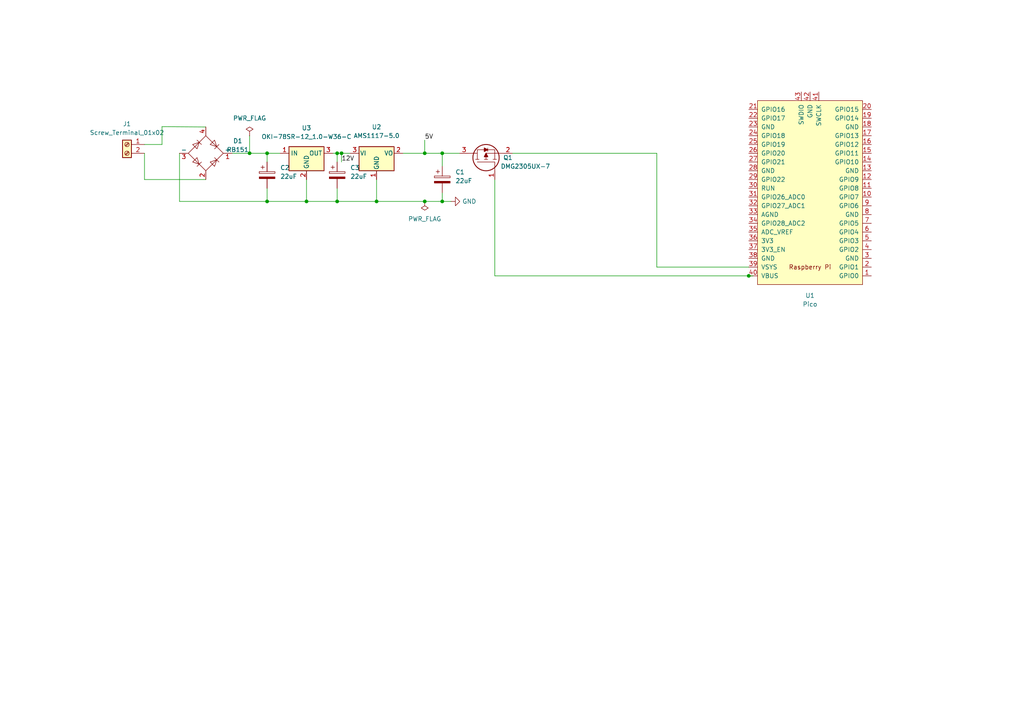
<source format=kicad_sch>
(kicad_sch (version 20211123) (generator eeschema)
  (paper "A4")
  (title_block (title "Ble Motor Slave ") (rev "1.0"))
  (lib_symbols
    (symbol "Connector:Screw_Terminal_01x02" (pin_names (offset 1.016) hide)
      (property "Reference" "J" (at 0 2.54 0))
      (property "Value" "Screw_Terminal_01x02" (at 0 -5.08 0))
      (symbol "Screw_Terminal_01x02_1_1"
        (rectangle (start -1.27 1.27) (end 1.27 -3.81) (stroke (width 0.254)) (fill (type background)))
        (circle (center 0 -2.54) (radius 0.635) (stroke (width 0.1524)))
        (polyline (pts (xy -0.5334 -2.2098) (xy 0.3302 -3.048)) (stroke (width 0.1524)))
        (polyline (pts (xy -0.5334 0.3302) (xy 0.3302 -0.508)) (stroke (width 0.1524)))
        (polyline (pts (xy -0.3556 -2.032) (xy 0.508 -2.8702)) (stroke (width 0.1524)))
        (polyline (pts (xy -0.3556 0.508) (xy 0.508 -0.3302)) (stroke (width 0.1524)))
        (circle (center 0 0) (radius 0.635) (stroke (width 0.1524)))
        (pin passive line (at -5.08 0 0) (length 3.81) (name "Pin_1") (number "1"))
        (pin passive line (at -5.08 -2.54 0) (length 3.81) (name "Pin_2") (number "2"))
      )
    )
    (symbol "Converter_DCDC:OKI-78SR-12_1.0-W36-C"
      (property "Reference" "U" (at -3.81 3.175 0))
      (property "Value" "OKI-78SR-12_1.0-W36-C" (at 0 3.175 0))
      (symbol "OKI-78SR-12_1.0-W36-C_0_1"
        (rectangle (start -5.08 1.905) (end 5.08 -5.08) (stroke (width 0.254)) (fill (type background)))
      )
      (symbol "OKI-78SR-12_1.0-W36-C_1_1"
        (pin power_in line (at -7.62 0 0) (length 2.54) (name "IN") (number "1"))
        (pin power_in line (at 0 -7.62 90) (length 2.54) (name "GND") (number "2"))
        (pin power_out line (at 7.62 0 180) (length 2.54) (name "OUT") (number "3"))
      )
    )
    (symbol "DMG2305:DMG2305UX-7" (pin_names (offset 0.762))
      (property "Reference" "Q" (at 11.43 3.81 0))
      (property "Value" "DMG2305UX-7" (at 11.43 1.27 0))
      (symbol "DMG2305UX-7_0_0"
        (pin passive line (at 0 0 0) (length 2.54) (name "~") (number "1"))
        (pin passive line (at 7.62 -5.08 90) (length 2.54) (name "~") (number "2"))
        (pin passive line (at 7.62 10.16 270) (length 2.54) (name "~") (number "3"))
      )
      (symbol "DMG2305UX-7_0_1"
        (polyline (pts (xy 5.842 -0.508) (xy 5.842 0.508)) (stroke (width 0.1524)))
        (polyline (pts (xy 5.842 0) (xy 7.62 0)) (stroke (width 0.1524)))
        (polyline (pts (xy 5.842 2.032) (xy 5.842 3.048)) (stroke (width 0.1524)))
        (polyline (pts (xy 5.842 5.588) (xy 5.842 4.572)) (stroke (width 0.1524)))
        (polyline (pts (xy 7.62 2.54) (xy 5.842 2.54)) (stroke (width 0.1524)))
        (polyline (pts (xy 7.62 2.54) (xy 7.62 -2.54)) (stroke (width 0.1524)))
        (polyline (pts (xy 7.62 5.08) (xy 5.842 5.08)) (stroke (width 0.1524)))
        (polyline (pts (xy 7.62 5.08) (xy 7.62 7.62)) (stroke (width 0.1524)))
        (polyline (pts (xy 8.128 2.032) (xy 9.144 2.032)) (stroke (width 0.1524)))
        (polyline (pts (xy 2.54 0) (xy 5.08 0) (xy 5.08 5.08)) (stroke (width 0.1524)))
        (polyline (pts (xy 8.636 2.032) (xy 8.636 0) (xy 7.62 0)) (stroke (width 0.1524)))
        (polyline (pts (xy 8.636 3.048) (xy 8.636 5.08) (xy 7.62 5.08)) (stroke (width 0.1524)))
        (polyline (pts (xy 7.62 2.54) (xy 6.604 3.048) (xy 6.604 2.032) (xy 7.62 2.54)) (stroke (width 0.254)) (fill (type outline)))
        (polyline (pts (xy 8.636 2.032) (xy 8.128 3.048) (xy 9.144 3.048) (xy 8.636 2.032)) (stroke (width 0.254)) (fill (type outline)))
        (circle (center 6.35 2.54) (radius 3.81) (stroke (width 0.254)))
      )
    )
    (symbol "Device:C_Polarized" (pin_numbers hide) (pin_names (offset 0.254))
      (property "Reference" "C" (at 0.635 2.54 0))
      (property "Value" "C_Polarized" (at 0.635 -2.54 0))
      (symbol "C_Polarized_0_1"
        (rectangle (start -2.286 0.508) (end 2.286 1.016))
        (polyline (pts (xy -1.778 2.286) (xy -0.762 2.286)))
        (polyline (pts (xy -1.27 2.794) (xy -1.27 1.778)))
        (rectangle (start 2.286 -0.508) (end -2.286 -1.016) (fill (type outline)))
      )
      (symbol "C_Polarized_1_1"
        (pin passive line (at 0 3.81 270) (length 2.794) (name "~") (number "1"))
        (pin passive line (at 0 -3.81 90) (length 2.794) (name "~") (number "2"))
      )
    )
    (symbol "Diode_Bridge:RB151" (pin_names (offset 0))
      (property "Reference" "D" (at 2.54 6.985 0))
      (property "Value" "RB151" (at 2.54 5.08 0))
      (symbol "RB151_0_1"
        (polyline (pts (xy -2.54 3.81) (xy -1.27 2.54)))
        (polyline (pts (xy -1.27 -2.54) (xy -2.54 -3.81)))
        (polyline (pts (xy 2.54 -1.27) (xy 3.81 -2.54)))
        (polyline (pts (xy 2.54 1.27) (xy 3.81 2.54)))
        (polyline (pts (xy -3.81 2.54) (xy -2.54 1.27) (xy -1.905 3.175) (xy -3.81 2.54)))
        (polyline (pts (xy -2.54 -1.27) (xy -3.81 -2.54) (xy -1.905 -3.175) (xy -2.54 -1.27)))
        (polyline (pts (xy 1.27 2.54) (xy 2.54 3.81) (xy 3.175 1.905) (xy 1.27 2.54)))
        (polyline (pts (xy 3.175 -1.905) (xy 1.27 -2.54) (xy 2.54 -3.81) (xy 3.175 -1.905)))
        (polyline (pts (xy -5.08 0) (xy 0 -5.08) (xy 5.08 0) (xy 0 5.08) (xy -5.08 0)))
      )
      (symbol "RB151_1_1"
        (pin passive line (at 7.62 0 180) (length 2.54) (name "+") (number "1"))
        (pin passive line (at 0 -7.62 90) (length 2.54) (name "~") (number "2"))
        (pin passive line (at -7.62 0 0) (length 2.54) (name "-") (number "3"))
        (pin passive line (at 0 7.62 270) (length 2.54) (name "~") (number "4"))
      )
    )
    (symbol "MCU_RaspberryPi_and_Boards:Pico" (pin_names (offset 1.016))
      (property "Reference" "U" (at -13.97 27.94 0))
      (property "Value" "Pico" (at 0 19.05 0))
      (symbol "Pico_0_0"
        (text "Raspberry Pi" (at 0 21.59 0) (effects (font (size 1.27 1.27))))
      )
      (symbol "Pico_0_1"
        (rectangle (start -15.24 26.67) (end 15.24 -26.67) (fill (type background)))
      )
      (symbol "Pico_1_1"
        (pin bidirectional line (at -17.78 24.13 0) (length 2.54) (name "GPIO0") (number "1"))
        (pin bidirectional line (at -17.78 1.27 0) (length 2.54) (name "GPIO7") (number "10"))
        (pin bidirectional line (at -17.78 -1.27 0) (length 2.54) (name "GPIO8") (number "11"))
        (pin bidirectional line (at -17.78 -3.81 0) (length 2.54) (name "GPIO9") (number "12"))
        (pin power_in line (at -17.78 -6.35 0) (length 2.54) (name "GND") (number "13"))
        (pin bidirectional line (at -17.78 -8.89 0) (length 2.54) (name "GPIO10") (number "14"))
        (pin bidirectional line (at -17.78 -11.43 0) (length 2.54) (name "GPIO11") (number "15"))
        (pin bidirectional line (at -17.78 -13.97 0) (length 2.54) (name "GPIO12") (number "16"))
        (pin bidirectional line (at -17.78 -16.51 0) (length 2.54) (name "GPIO13") (number "17"))
        (pin power_in line (at -17.78 -19.05 0) (length 2.54) (name "GND") (number "18"))
        (pin bidirectional line (at -17.78 -21.59 0) (length 2.54) (name "GPIO14") (number "19"))
        (pin bidirectional line (at -17.78 21.59 0) (length 2.54) (name "GPIO1") (number "2"))
        (pin bidirectional line (at -17.78 -24.13 0) (length 2.54) (name "GPIO15") (number "20"))
        (pin bidirectional line (at 17.78 -24.13 180) (length 2.54) (name "GPIO16") (number "21"))
        (pin bidirectional line (at 17.78 -21.59 180) (length 2.54) (name "GPIO17") (number "22"))
        (pin power_in line (at 17.78 -19.05 180) (length 2.54) (name "GND") (number "23"))
        (pin bidirectional line (at 17.78 -16.51 180) (length 2.54) (name "GPIO18") (number "24"))
        (pin bidirectional line (at 17.78 -13.97 180) (length 2.54) (name "GPIO19") (number "25"))
        (pin bidirectional line (at 17.78 -11.43 180) (length 2.54) (name "GPIO20") (number "26"))
        (pin bidirectional line (at 17.78 -8.89 180) (length 2.54) (name "GPIO21") (number "27"))
        (pin power_in line (at 17.78 -6.35 180) (length 2.54) (name "GND") (number "28"))
        (pin bidirectional line (at 17.78 -3.81 180) (length 2.54) (name "GPIO22") (number "29"))
        (pin power_in line (at -17.78 19.05 0) (length 2.54) (name "GND") (number "3"))
        (pin input line (at 17.78 -1.27 180) (length 2.54) (name "RUN") (number "30"))
        (pin bidirectional line (at 17.78 1.27 180) (length 2.54) (name "GPIO26_ADC0") (number "31"))
        (pin bidirectional line (at 17.78 3.81 180) (length 2.54) (name "GPIO27_ADC1") (number "32"))
        (pin power_in line (at 17.78 6.35 180) (length 2.54) (name "AGND") (number "33"))
        (pin bidirectional line (at 17.78 8.89 180) (length 2.54) (name "GPIO28_ADC2") (number "34"))
        (pin unspecified line (at 17.78 11.43 180) (length 2.54) (name "ADC_VREF") (number "35"))
        (pin unspecified line (at 17.78 13.97 180) (length 2.54) (name "3V3") (number "36"))
        (pin input line (at 17.78 16.51 180) (length 2.54) (name "3V3_EN") (number "37"))
        (pin bidirectional line (at 17.78 19.05 180) (length 2.54) (name "GND") (number "38"))
        (pin unspecified line (at 17.78 21.59 180) (length 2.54) (name "VSYS") (number "39"))
        (pin bidirectional line (at -17.78 16.51 0) (length 2.54) (name "GPIO2") (number "4"))
        (pin unspecified line (at 17.78 24.13 180) (length 2.54) (name "VBUS") (number "40"))
        (pin input line (at -2.54 -29.21 90) (length 2.54) (name "SWCLK") (number "41"))
        (pin power_in line (at 0 -29.21 90) (length 2.54) (name "GND") (number "42"))
        (pin bidirectional line (at 2.54 -29.21 90) (length 2.54) (name "SWDIO") (number "43"))
        (pin bidirectional line (at -17.78 13.97 0) (length 2.54) (name "GPIO3") (number "5"))
        (pin bidirectional line (at -17.78 11.43 0) (length 2.54) (name "GPIO4") (number "6"))
        (pin bidirectional line (at -17.78 8.89 0) (length 2.54) (name "GPIO5") (number "7"))
        (pin power_in line (at -17.78 6.35 0) (length 2.54) (name "GND") (number "8"))
        (pin bidirectional line (at -17.78 3.81 0) (length 2.54) (name "GPIO6") (number "9"))
      )
    )
    (symbol "Regulator_Linear:AMS1117-5.0" (pin_names (offset 0.254))
      (property "Reference" "U" (at -3.81 3.175 0))
      (property "Value" "AMS1117-5.0" (at 0 3.175 0))
      (symbol "AMS1117-5.0_0_1"
        (rectangle (start -5.08 -5.08) (end 5.08 1.905) (stroke (width 0.254)) (fill (type background)))
      )
      (symbol "AMS1117-5.0_1_1"
        (pin power_in line (at 0 -7.62 90) (length 2.54) (name "GND") (number "1"))
        (pin power_out line (at 7.62 0 180) (length 2.54) (name "VO") (number "2"))
        (pin power_in line (at -7.62 0 0) (length 2.54) (name "VI") (number "3"))
      )
    )
    (symbol "power:GND" (power) (pin_names (offset 0))
      (property "Value" "GND" (at 0 -3.81 0))
      (symbol "GND_0_1"
        (polyline (pts (xy 0 0) (xy 0 -1.27) (xy 1.27 -1.27) (xy 0 -2.54) (xy -1.27 -1.27) (xy 0 -1.27)))
      )
      (symbol "GND_1_1"
        (pin power_in line (at 0 0 270) (length 0) hide (name "GND") (number "1"))
      )
    )
    (symbol "power:PWR_FLAG" (power) (pin_numbers hide) (pin_names (offset 0) hide)
      (property "Value" "PWR_FLAG" (at 0 3.81 0))
      (symbol "PWR_FLAG_0_0"
        (pin power_out line (at 0 0 90) (length 0) (name "pwr") (number "1"))
      )
      (symbol "PWR_FLAG_0_1"
        (polyline (pts (xy 0 0) (xy 0 1.27) (xy -1.016 1.905) (xy 0 2.54) (xy 1.016 1.905) (xy 0 1.27)))
      )
    )
  )
  (junction (at 77.47 58.42))
  (junction (at 88.9 58.42))
  (junction (at 72.39 44.45))
  (junction (at 128.27 58.42))
  (junction (at 123.19 58.42))
  (junction (at 123.19 44.45))
  (junction (at 77.47 44.45))
  (junction (at 97.79 44.45))
  (junction (at 99.06 44.45))
  (junction (at 128.27 44.45))
  (junction (at 217.17 80.01))
  (junction (at 109.22 58.42))
  (junction (at 97.79 58.42))
  (wire (pts (xy 123.19 58.42) (xy 128.27 58.42)))
  (wire (pts (xy 52.07 44.45) (xy 52.07 58.42)))
  (wire (pts (xy 72.39 44.45) (xy 67.31 44.45)))
  (wire (pts (xy 77.47 44.45) (xy 72.39 44.45)))
  (wire (pts (xy 72.39 39.37) (xy 72.39 44.45)))
  (wire (pts (xy 52.07 58.42) (xy 77.47 58.42)))
  (wire (pts (xy 190.5 44.45) (xy 190.5 77.47)))
  (wire (pts (xy 77.47 54.61) (xy 77.47 58.42)))
  (wire (pts (xy 190.5 77.47) (xy 217.17 77.47)))
  (wire (pts (xy 96.52 44.45) (xy 97.79 44.45)))
  (wire (pts (xy 109.22 58.42) (xy 123.19 58.42)))
  (wire (pts (xy 88.9 58.42) (xy 88.9 52.07)))
  (wire (pts (xy 97.79 54.61) (xy 97.79 58.42)))
  (wire (pts (xy 97.79 46.99) (xy 97.79 44.45)))
  (wire (pts (xy 77.47 46.99) (xy 77.47 44.45)))
  (wire (pts (xy 41.91 41.91) (xy 46.99 41.91)))
  (wire (pts (xy 99.06 44.45) (xy 101.6 44.45)))
  (wire (pts (xy 128.27 55.88) (xy 128.27 58.42)))
  (wire (pts (xy 77.47 58.42) (xy 88.9 58.42)))
  (wire (pts (xy 143.51 80.01) (xy 143.51 52.07)))
  (wire (pts (xy 88.9 58.42) (xy 97.79 58.42)))
  (wire (pts (xy 128.27 44.45) (xy 133.35 44.45)))
  (wire (pts (xy 116.84 44.45) (xy 123.19 44.45)))
  (wire (pts (xy 109.22 52.07) (xy 109.22 58.42)))
  (wire (pts (xy 97.79 44.45) (xy 99.06 44.45)))
  (wire (pts (xy 41.91 44.45) (xy 41.91 52.07)))
  (wire (pts (xy 97.79 58.42) (xy 109.22 58.42)))
  (wire (pts (xy 123.19 40.64) (xy 123.19 44.45)))
  (wire (pts (xy 46.99 36.7313) (xy 59.69 36.83)))
  (wire (pts (xy 128.27 58.42) (xy 130.81 58.42)))
  (wire (pts (xy 128.27 48.26) (xy 128.27 44.45)))
  (wire (pts (xy 81.28 44.45) (xy 77.47 44.45)))
  (wire (pts (xy 99.06 46.99) (xy 99.06 44.45)))
  (wire (pts (xy 218.44 80.01) (xy 217.17 80.01)))
  (wire (pts (xy 46.99 41.91) (xy 46.99 36.7313)))
  (wire (pts (xy 123.19 44.45) (xy 128.27 44.45)))
  (wire (pts (xy 41.91 52.07) (xy 59.69 52.07)))
  (wire (pts (xy 217.17 80.01) (xy 143.51 80.01)))
  (wire (pts (xy 148.59 44.45) (xy 190.5 44.45)))
  (label "5V" (at 123.19 40.64 0))
  (label "12V" (at 99.06 46.99 0))
  (symbol (lib_id "Regulator_Linear:AMS1117-5.0") (at 109.22 44.45 0) (unit 1)
    (property "Reference" "U2" (at 109.22 36.83 0))
    (property "Value" "AMS1117-5.0" (at 109.22 39.37 0))
    (property "Footprint" "Package_TO_SOT_SMD:SOT-223-3_TabPin2" (effects hide))
    (property "Datasheet" "http://www.advanced-monolithic.com/pdf/ds1117.pdf" (effects hide))
  )
  (symbol (lib_id "Connector:Screw_Terminal_01x02") (at 36.83 41.91 0) (mirror y) (unit 1)
    (property "Reference" "J1" (at 36.83 35.9402 0))
    (property "Value" "Screw_Terminal_01x02" (at 36.83 38.4802 0))
    (property "Footprint" "TerminalBlock_Phoenix:TerminalBlock_Phoenix_PT-1,5-2-3.5-H_1x02_P3.50mm_Horizontal" (effects hide))
  )
  (symbol (lib_id "Device:C_Polarized") (at 77.47 50.8 0) (unit 1)
    (property "Reference" "C2" (at 81.28 48.6409 0) (effects (justify left)))
    (property "Value" "22uF" (at 81.28 51.1809 0) (effects (justify left)))
    (property "Footprint" "Capacitor_THT:CP_Radial_Tantal_D7.0mm_P5.00mm" (effects hide))
  )
  (symbol (lib_id "Diode_Bridge:RB151") (at 59.69 44.45 0) (unit 1)
    (property "Reference" "D1" (at 68.966 40.8686 0))
    (property "Value" "RB151" (at 68.966 43.4086 0))
    (property "Footprint" "Diode_THT:Diode_Bridge_Round_D9.0mm" (effects hide))
    (property "Datasheet" "https://www.rectron.com/public/product_datasheets/rb151-rb157.pdf" (effects hide))
  )
  (symbol (lib_id "DMG2305:DMG2305UX-7") (at 143.51 52.07 90) (unit 1)
    (property "Reference" "Q1" (at 147.32 45.72 90))
    (property "Value" "DMG2305UX-7" (at 152.4 48.26 90))
    (property "Footprint" "Package_TO_SOT_SMD:SOT-23" (effects hide))
    (property "Datasheet" "https://www.diodes.com/assets/Datasheets/DMG2305UX.pdf" (effects hide))
    (property "Description" "MOSFET P-Ch 20V 5A Enhancement SOT23 Diodes Inc DMG2305UX-7 P-channel MOSFET Transistor, -3.3 A, -20 V, 3-Pin SOT-23" (effects hide))
    (property "Height" "1.1" (effects hide))
    (property "Mouser Part Number" "621-DMG2305UX-7" (effects hide))
    (property "Mouser Price/Stock" "https://www.mouser.co.uk/ProductDetail/Diodes-Incorporated/DMG2305UX-7?qs=L1DZKBg7t5F%2FNBHrjfxC%252Bg%3D%3D" (effects hide))
    (property "Manufacturer_Name" "Diodes Inc." (effects hide))
    (property "Manufacturer_Part_Number" "DMG2305UX-7" (effects hide))
  )
  (symbol (lib_id "power:PWR_FLAG") (at 72.39 39.37 0) (unit 1)
    (property "Reference" "#FLG02" (effects hide))
    (property "Value" "PWR_FLAG" (at 72.39 34.29 0))
  )
  (symbol (lib_id "power:GND") (at 130.81 58.42 90) (unit 1)
    (property "Reference" "#PWR01" (effects hide))
    (property "Value" "GND" (at 134.07 58.4199 90) (effects (justify right)))
  )
  (symbol (lib_id "Device:C_Polarized") (at 97.79 50.8 0) (unit 1)
    (property "Reference" "C3" (at 101.6 48.6409 0) (effects (justify left)))
    (property "Value" "22uF" (at 101.6 51.1809 0) (effects (justify left)))
    (property "Footprint" "Capacitor_THT:CP_Radial_Tantal_D7.0mm_P5.00mm" (effects hide))
  )
  (symbol (lib_id "Device:C_Polarized") (at 128.27 52.07 0) (unit 1)
    (property "Reference" "C1" (at 132.08 49.9109 0) (effects (justify left)))
    (property "Value" "22uF" (at 132.08 52.4509 0) (effects (justify left)))
    (property "Footprint" "Capacitor_THT:CP_Radial_Tantal_D7.0mm_P5.00mm" (effects hide))
  )
  (symbol (lib_id "power:PWR_FLAG") (at 123.19 58.42 180) (unit 1)
    (property "Reference" "#FLG01" (effects hide))
    (property "Value" "PWR_FLAG" (at 123.19 63.5041 0))
  )
  (symbol (lib_id "Converter_DCDC:OKI-78SR-12_1.0-W36-C") (at 88.9 44.45 0) (unit 1)
    (property "Reference" "U3" (at 88.9 37.121 0))
    (property "Value" "OKI-78SR-12_1.0-W36-C" (at 88.9 39.661 0))
    (property "Footprint" "Converter_DCDC:Converter_DCDC_Murata_OKI-78SR_Vertical" (effects hide))
    (property "Datasheet" "https://power.murata.com/data/power/oki-78sr.pdf" (effects hide))
  )
  (symbol (lib_id "MCU_RaspberryPi_and_Boards:Pico") (at 234.95 55.88 180) (unit 1)
    (property "Reference" "U1" (at 234.95 85.7079 0))
    (property "Value" "Pico" (at 234.95 88.2479 0))
    (property "Footprint" "MCU_RaspberryPi_and_Boards:RPi_Pico_SMD_TH" (effects hide))
  )
)
</source>
